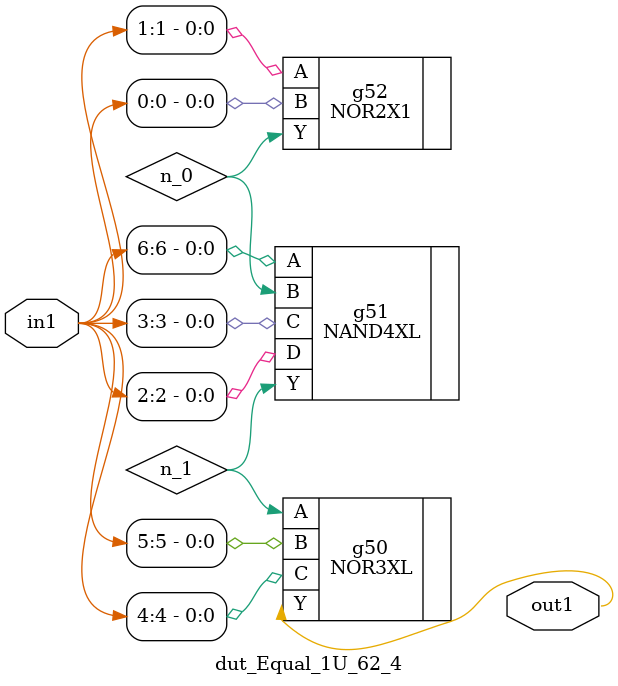
<source format=v>
`timescale 1ps / 1ps


module dut_Equal_1U_62_4(in1, out1);
  input [6:0] in1;
  output out1;
  wire [6:0] in1;
  wire out1;
  wire n_0, n_1;
  NOR3XL g50(.A (n_1), .B (in1[5]), .C (in1[4]), .Y (out1));
  NAND4XL g51(.A (in1[6]), .B (n_0), .C (in1[3]), .D (in1[2]), .Y
       (n_1));
  NOR2X1 g52(.A (in1[1]), .B (in1[0]), .Y (n_0));
endmodule



</source>
